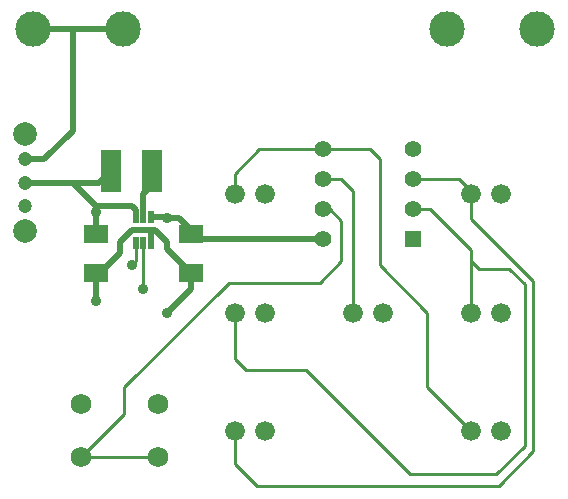
<source format=gtl>
G04 (created by PCBNEW (2013-07-07 BZR 4022)-stable) date 24.11.2014 19:09:12*
%MOIN*%
G04 Gerber Fmt 3.4, Leading zero omitted, Abs format*
%FSLAX34Y34*%
G01*
G70*
G90*
G04 APERTURE LIST*
%ADD10C,0.00590551*%
%ADD11R,0.08X0.06*%
%ADD12C,0.066*%
%ADD13R,0.019685X0.0393701*%
%ADD14C,0.11811*%
%ADD15R,0.055X0.055*%
%ADD16C,0.055*%
%ADD17R,0.0688976X0.141732*%
%ADD18C,0.0688976*%
%ADD19C,0.0472441*%
%ADD20C,0.0787402*%
%ADD21C,0.035*%
%ADD22C,0.019685*%
%ADD23C,0.01*%
G04 APERTURE END LIST*
G54D10*
G54D11*
X97637Y-46987D03*
X97637Y-48287D03*
X94488Y-46987D03*
X94488Y-48287D03*
G54D12*
X106980Y-53543D03*
X107980Y-53543D03*
X106980Y-49606D03*
X107980Y-49606D03*
X106980Y-45669D03*
X107980Y-45669D03*
X103043Y-49606D03*
X104043Y-49606D03*
X99106Y-53543D03*
X100106Y-53543D03*
X99106Y-49606D03*
X100106Y-49606D03*
X99106Y-45669D03*
X100106Y-45669D03*
G54D13*
X96062Y-47283D03*
X96318Y-47283D03*
X95807Y-47283D03*
X95807Y-46417D03*
X96062Y-46417D03*
X96318Y-46417D03*
G54D14*
X95387Y-40157D03*
X106187Y-40157D03*
X92387Y-40157D03*
X109187Y-40157D03*
G54D15*
X105043Y-47169D03*
G54D16*
X105043Y-46169D03*
X105043Y-45169D03*
X105043Y-44169D03*
X102043Y-44169D03*
X102043Y-45169D03*
X102043Y-46169D03*
X102043Y-47169D03*
G54D17*
X94978Y-44881D03*
X96360Y-44881D03*
G54D18*
X93996Y-54429D03*
X93996Y-52657D03*
X96555Y-52657D03*
X96555Y-54429D03*
G54D19*
X92125Y-45275D03*
X92125Y-46062D03*
G54D20*
X92125Y-46889D03*
X92125Y-43661D03*
G54D19*
X92125Y-44488D03*
G54D21*
X96850Y-49606D03*
X94488Y-49212D03*
X94488Y-46259D03*
X95669Y-48031D03*
X96062Y-48818D03*
X96850Y-46456D03*
G54D22*
X96318Y-47283D02*
X96318Y-46850D01*
X96318Y-46850D02*
X96062Y-46850D01*
X94488Y-48287D02*
X94625Y-48287D01*
X96850Y-47500D02*
X97637Y-48287D01*
X96850Y-47244D02*
X96850Y-47500D01*
X96456Y-46850D02*
X96850Y-47244D01*
X95669Y-46850D02*
X96062Y-46850D01*
X96062Y-46850D02*
X96456Y-46850D01*
X95275Y-47244D02*
X95669Y-46850D01*
X95275Y-47637D02*
X95275Y-47244D01*
X94625Y-48287D02*
X95275Y-47637D01*
X97637Y-48287D02*
X97637Y-48818D01*
X97637Y-48818D02*
X96850Y-49606D01*
X94488Y-48287D02*
X94488Y-49212D01*
G54D23*
X106980Y-47531D02*
X106980Y-47889D01*
X99106Y-51145D02*
X99106Y-49606D01*
X99484Y-51523D02*
X99106Y-51145D01*
X101484Y-51523D02*
X99484Y-51523D01*
X104960Y-55000D02*
X101484Y-51523D01*
X107818Y-55000D02*
X104960Y-55000D01*
X108767Y-54051D02*
X107818Y-55000D01*
X108767Y-48665D02*
X108767Y-54051D01*
X108244Y-48141D02*
X108767Y-48665D01*
X107232Y-48141D02*
X108244Y-48141D01*
X106980Y-47889D02*
X107232Y-48141D01*
X105043Y-46169D02*
X105618Y-46169D01*
X106980Y-47531D02*
X106980Y-49606D01*
X105618Y-46169D02*
X106980Y-47531D01*
G54D22*
X96062Y-46417D02*
X96062Y-45669D01*
X96360Y-45372D02*
X96360Y-44881D01*
X96062Y-45669D02*
X96360Y-45372D01*
G54D23*
X95807Y-47283D02*
X95807Y-47893D01*
X95807Y-47893D02*
X95669Y-48031D01*
G54D22*
X94488Y-46062D02*
X95275Y-46062D01*
X95807Y-46200D02*
X95807Y-46417D01*
X95669Y-46062D02*
X95807Y-46200D01*
X95275Y-46062D02*
X95669Y-46062D01*
X94488Y-46987D02*
X94488Y-46456D01*
X94488Y-46456D02*
X94488Y-46259D01*
X94488Y-46259D02*
X94488Y-46062D01*
X94488Y-46062D02*
X93700Y-45275D01*
X92125Y-45275D02*
X93700Y-45275D01*
X93700Y-45275D02*
X94584Y-45275D01*
X94584Y-45275D02*
X94978Y-44881D01*
X92125Y-44488D02*
X92755Y-44488D01*
X93700Y-43543D02*
X93700Y-40157D01*
X92755Y-44488D02*
X93700Y-43543D01*
X92387Y-40157D02*
X93700Y-40157D01*
X93700Y-40157D02*
X95387Y-40157D01*
G54D23*
X99106Y-53543D02*
X99106Y-54641D01*
X106980Y-46480D02*
X106980Y-45669D01*
X109055Y-48555D02*
X106980Y-46480D01*
X109055Y-54228D02*
X109055Y-48555D01*
X107909Y-55374D02*
X109055Y-54228D01*
X99838Y-55374D02*
X107909Y-55374D01*
X99106Y-54641D02*
X99838Y-55374D01*
X106980Y-45669D02*
X106980Y-45562D01*
X106586Y-45169D02*
X105043Y-45169D01*
X106980Y-45562D02*
X106586Y-45169D01*
X102043Y-45169D02*
X102649Y-45169D01*
X103043Y-45562D02*
X103043Y-49606D01*
X102649Y-45169D02*
X103043Y-45562D01*
X102043Y-44169D02*
X103618Y-44169D01*
X105511Y-52074D02*
X106980Y-53543D01*
X105511Y-49606D02*
X105511Y-52074D01*
X103937Y-48031D02*
X105511Y-49606D01*
X103937Y-44488D02*
X103937Y-48031D01*
X103618Y-44169D02*
X103937Y-44488D01*
X102043Y-44169D02*
X99925Y-44169D01*
X99106Y-44988D02*
X99106Y-45669D01*
X99925Y-44169D02*
X99106Y-44988D01*
X96555Y-54429D02*
X93996Y-54429D01*
X102043Y-46169D02*
X102283Y-46169D01*
X95429Y-52996D02*
X93996Y-54429D01*
X95429Y-52094D02*
X95429Y-52996D01*
X98909Y-48614D02*
X95429Y-52094D01*
X101940Y-48614D02*
X98909Y-48614D01*
X102661Y-47893D02*
X101940Y-48614D01*
X102661Y-46547D02*
X102661Y-47893D01*
X102283Y-46169D02*
X102661Y-46547D01*
X96062Y-47283D02*
X96062Y-48818D01*
G54D22*
X96318Y-46417D02*
X96811Y-46417D01*
X96811Y-46417D02*
X96850Y-46456D01*
X102043Y-47169D02*
X97819Y-47169D01*
X97819Y-47169D02*
X97637Y-46987D01*
X97637Y-46987D02*
X97637Y-46850D01*
X97244Y-46456D02*
X96850Y-46456D01*
X97637Y-46850D02*
X97244Y-46456D01*
M02*

</source>
